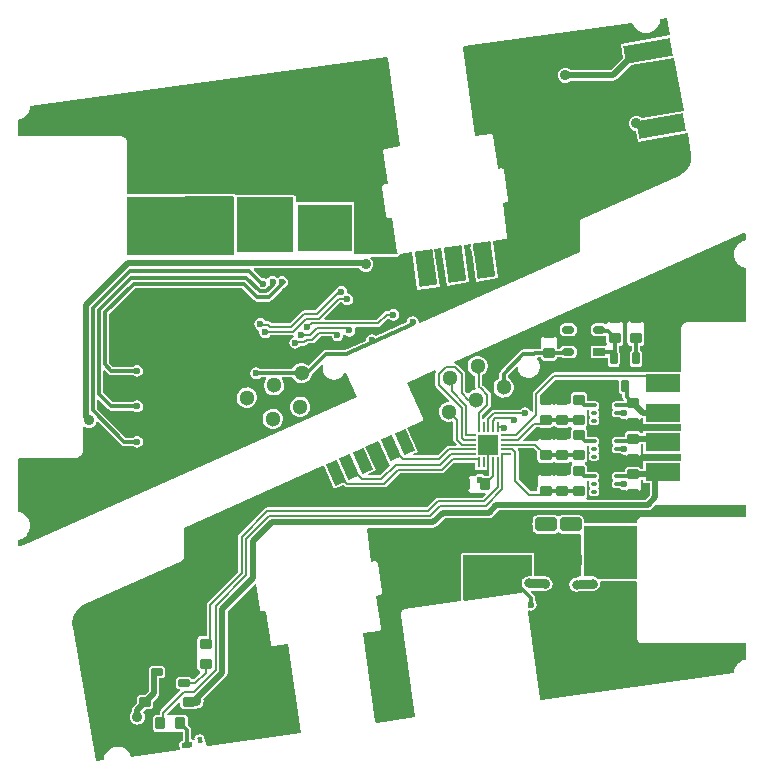
<source format=gtl>
G04*
G04 #@! TF.GenerationSoftware,Altium Limited,Altium Designer,18.1.7 (191)*
G04*
G04 Layer_Physical_Order=1*
G04 Layer_Color=255*
%FSLAX43Y43*%
%MOMM*%
G71*
G01*
G75*
G04:AMPARAMS|DCode=10|XSize=0.6mm|YSize=1mm|CornerRadius=0.075mm|HoleSize=0mm|Usage=FLASHONLY|Rotation=90.000|XOffset=0mm|YOffset=0mm|HoleType=Round|Shape=RoundedRectangle|*
%AMROUNDEDRECTD10*
21,1,0.600,0.850,0,0,90.0*
21,1,0.450,1.000,0,0,90.0*
1,1,0.150,0.425,0.225*
1,1,0.150,0.425,-0.225*
1,1,0.150,-0.425,-0.225*
1,1,0.150,-0.425,0.225*
%
%ADD10ROUNDEDRECTD10*%
G04:AMPARAMS|DCode=11|XSize=0.6mm|YSize=1mm|CornerRadius=0.075mm|HoleSize=0mm|Usage=FLASHONLY|Rotation=180.000|XOffset=0mm|YOffset=0mm|HoleType=Round|Shape=RoundedRectangle|*
%AMROUNDEDRECTD11*
21,1,0.600,0.850,0,0,180.0*
21,1,0.450,1.000,0,0,180.0*
1,1,0.150,-0.225,0.425*
1,1,0.150,0.225,0.425*
1,1,0.150,0.225,-0.425*
1,1,0.150,-0.225,-0.425*
%
%ADD11ROUNDEDRECTD11*%
G04:AMPARAMS|DCode=12|XSize=0.4mm|YSize=0.5mm|CornerRadius=0.05mm|HoleSize=0mm|Usage=FLASHONLY|Rotation=187.870|XOffset=0mm|YOffset=0mm|HoleType=Round|Shape=RoundedRectangle|*
%AMROUNDEDRECTD12*
21,1,0.400,0.400,0,0,187.9*
21,1,0.300,0.500,0,0,187.9*
1,1,0.100,-0.176,0.178*
1,1,0.100,0.121,0.219*
1,1,0.100,0.176,-0.178*
1,1,0.100,-0.121,-0.219*
%
%ADD12ROUNDEDRECTD12*%
G04:AMPARAMS|DCode=13|XSize=0.9mm|YSize=0.5mm|CornerRadius=0.063mm|HoleSize=0mm|Usage=FLASHONLY|Rotation=187.870|XOffset=0mm|YOffset=0mm|HoleType=Round|Shape=RoundedRectangle|*
%AMROUNDEDRECTD13*
21,1,0.900,0.375,0,0,187.9*
21,1,0.775,0.500,0,0,187.9*
1,1,0.125,-0.410,0.133*
1,1,0.125,0.358,0.239*
1,1,0.125,0.410,-0.133*
1,1,0.125,-0.358,-0.239*
%
%ADD13ROUNDEDRECTD13*%
%ADD14R,3.000X1.500*%
G04:AMPARAMS|DCode=15|XSize=1.8mm|YSize=1.15mm|CornerRadius=0.144mm|HoleSize=0mm|Usage=FLASHONLY|Rotation=360.000|XOffset=0mm|YOffset=0mm|HoleType=Round|Shape=RoundedRectangle|*
%AMROUNDEDRECTD15*
21,1,1.800,0.863,0,0,360.0*
21,1,1.513,1.150,0,0,360.0*
1,1,0.288,0.756,-0.431*
1,1,0.288,-0.756,-0.431*
1,1,0.288,-0.756,0.431*
1,1,0.288,0.756,0.431*
%
%ADD15ROUNDEDRECTD15*%
%ADD16R,1.000X0.660*%
G04:AMPARAMS|DCode=17|XSize=1mm|YSize=0.66mm|CornerRadius=0.165mm|HoleSize=0mm|Usage=FLASHONLY|Rotation=180.000|XOffset=0mm|YOffset=0mm|HoleType=Round|Shape=RoundedRectangle|*
%AMROUNDEDRECTD17*
21,1,1.000,0.330,0,0,180.0*
21,1,0.670,0.660,0,0,180.0*
1,1,0.330,-0.335,0.165*
1,1,0.330,0.335,0.165*
1,1,0.330,0.335,-0.165*
1,1,0.330,-0.335,-0.165*
%
%ADD17ROUNDEDRECTD17*%
G04:AMPARAMS|DCode=18|XSize=3mm|YSize=4mm|CornerRadius=0mm|HoleSize=0mm|Usage=FLASHONLY|Rotation=277.870|XOffset=0mm|YOffset=0mm|HoleType=Round|Shape=Rectangle|*
%AMROTATEDRECTD18*
4,1,4,-2.187,1.212,1.776,1.760,2.187,-1.212,-1.776,-1.760,-2.187,1.212,0.0*
%
%ADD18ROTATEDRECTD18*%

%ADD19R,3.000X4.000*%
%ADD20R,1.000X1.600*%
G04:AMPARAMS|DCode=21|XSize=0.3mm|YSize=0.45mm|CornerRadius=0.075mm|HoleSize=0mm|Usage=FLASHONLY|Rotation=90.000|XOffset=0mm|YOffset=0mm|HoleType=Round|Shape=RoundedRectangle|*
%AMROUNDEDRECTD21*
21,1,0.300,0.300,0,0,90.0*
21,1,0.150,0.450,0,0,90.0*
1,1,0.150,0.150,0.075*
1,1,0.150,0.150,-0.075*
1,1,0.150,-0.150,-0.075*
1,1,0.150,-0.150,0.075*
%
%ADD21ROUNDEDRECTD21*%
%ADD22R,0.200X0.900*%
%ADD23R,0.900X0.200*%
%ADD24R,1.700X1.700*%
G04:AMPARAMS|DCode=25|XSize=0.8mm|YSize=1mm|CornerRadius=0.1mm|HoleSize=0mm|Usage=FLASHONLY|Rotation=90.000|XOffset=0mm|YOffset=0mm|HoleType=Round|Shape=RoundedRectangle|*
%AMROUNDEDRECTD25*
21,1,0.800,0.800,0,0,90.0*
21,1,0.600,1.000,0,0,90.0*
1,1,0.200,0.400,0.300*
1,1,0.200,0.400,-0.300*
1,1,0.200,-0.400,-0.300*
1,1,0.200,-0.400,0.300*
%
%ADD25ROUNDEDRECTD25*%
G04:AMPARAMS|DCode=26|XSize=1mm|YSize=0.9mm|CornerRadius=0.113mm|HoleSize=0mm|Usage=FLASHONLY|Rotation=360.000|XOffset=0mm|YOffset=0mm|HoleType=Round|Shape=RoundedRectangle|*
%AMROUNDEDRECTD26*
21,1,1.000,0.675,0,0,360.0*
21,1,0.775,0.900,0,0,360.0*
1,1,0.225,0.388,-0.338*
1,1,0.225,-0.388,-0.338*
1,1,0.225,-0.388,0.338*
1,1,0.225,0.388,0.338*
%
%ADD26ROUNDEDRECTD26*%
G04:AMPARAMS|DCode=27|XSize=1mm|YSize=2mm|CornerRadius=0mm|HoleSize=0mm|Usage=FLASHONLY|Rotation=204.000|XOffset=0mm|YOffset=0mm|HoleType=Round|Shape=Rectangle|*
%AMROTATEDRECTD27*
4,1,4,0.050,1.117,0.864,-0.710,-0.050,-1.117,-0.864,0.710,0.050,1.117,0.0*
%
%ADD27ROTATEDRECTD27*%

G04:AMPARAMS|DCode=28|XSize=1mm|YSize=0.9mm|CornerRadius=0.113mm|HoleSize=0mm|Usage=FLASHONLY|Rotation=90.000|XOffset=0mm|YOffset=0mm|HoleType=Round|Shape=RoundedRectangle|*
%AMROUNDEDRECTD28*
21,1,1.000,0.675,0,0,90.0*
21,1,0.775,0.900,0,0,90.0*
1,1,0.225,0.338,0.388*
1,1,0.225,0.338,-0.388*
1,1,0.225,-0.338,-0.388*
1,1,0.225,-0.338,0.388*
%
%ADD28ROUNDEDRECTD28*%
%ADD29C,0.300*%
%ADD30C,0.800*%
%ADD31C,0.600*%
%ADD32C,0.500*%
%ADD33C,0.200*%
G04:AMPARAMS|DCode=34|XSize=1.5mm|YSize=3mm|CornerRadius=0mm|HoleSize=0mm|Usage=FLASHONLY|Rotation=7.870|XOffset=0mm|YOffset=0mm|HoleType=Round|Shape=Rectangle|*
%AMROTATEDRECTD34*
4,1,4,-0.538,-1.589,-0.948,1.383,0.538,1.589,0.948,-1.383,-0.538,-1.589,0.0*
%
%ADD34ROTATEDRECTD34*%

%ADD35R,4.600X4.000*%
G04:AMPARAMS|DCode=36|XSize=4mm|YSize=1.5mm|CornerRadius=0mm|HoleSize=0mm|Usage=FLASHONLY|Rotation=190.000|XOffset=0mm|YOffset=0mm|HoleType=Round|Shape=Rectangle|*
%AMROTATEDRECTD36*
4,1,4,1.839,1.086,2.100,-0.391,-1.839,-1.086,-2.100,0.391,1.839,1.086,0.0*
%
%ADD36ROTATEDRECTD36*%

%ADD37C,1.300*%
%ADD38C,0.600*%
%ADD39C,0.800*%
%ADD40C,0.900*%
G36*
X59432Y65499D02*
X55206Y64754D01*
X55405Y63629D01*
X54360Y62584D01*
X51000D01*
X50997Y62589D01*
X50861Y62693D01*
X50703Y62758D01*
X50533Y62781D01*
X50363Y62758D01*
X50205Y62693D01*
X50070Y62589D01*
X49965Y62453D01*
X49900Y62295D01*
X49877Y62125D01*
X49900Y61955D01*
X49965Y61797D01*
X50070Y61661D01*
X50205Y61557D01*
X50363Y61492D01*
X50533Y61469D01*
X50703Y61492D01*
X50861Y61557D01*
X50997Y61661D01*
X51000Y61666D01*
X54550D01*
X54726Y61701D01*
X54874Y61801D01*
X56047Y62973D01*
X59762Y63628D01*
X60561Y59098D01*
X57041Y58478D01*
X57014Y58514D01*
X56878Y58618D01*
X56720Y58683D01*
X56550Y58706D01*
X56380Y58683D01*
X56222Y58618D01*
X56086Y58514D01*
X55982Y58378D01*
X55917Y58220D01*
X55894Y58050D01*
X55917Y57880D01*
X55982Y57722D01*
X56086Y57586D01*
X56222Y57482D01*
X56380Y57417D01*
X56503Y57401D01*
X56665Y56482D01*
X60891Y57227D01*
X61204Y55447D01*
X61207Y55148D01*
X61160Y54854D01*
X61066Y54571D01*
X60926Y54307D01*
X60744Y54070D01*
X60526Y53867D01*
X60278Y53702D01*
X60141Y53641D01*
X60141Y53641D01*
X51917Y49973D01*
X51887Y49952D01*
X51856Y49931D01*
X51854Y49929D01*
X51852Y49927D01*
X51832Y49896D01*
X51812Y49865D01*
X51811Y49862D01*
X51810Y49860D01*
X51803Y49824D01*
X51796Y49787D01*
Y47182D01*
X38208Y41122D01*
X38151Y41167D01*
X38107Y41216D01*
X38071Y41395D01*
X37960Y41560D01*
X37795Y41671D01*
X37600Y41710D01*
X37405Y41671D01*
X37240Y41560D01*
X37129Y41395D01*
X37090Y41201D01*
X34528Y40050D01*
X34514Y40072D01*
X34348Y40182D01*
X34153Y40221D01*
X33958Y40182D01*
X33793Y40072D01*
X33682Y39906D01*
X33644Y39711D01*
X33654Y39657D01*
X31874Y38857D01*
X30252D01*
X30116Y38830D01*
X30000Y38752D01*
X28776Y37529D01*
X28699Y37602D01*
X28503Y37708D01*
X28285Y37761D01*
X28061Y37755D01*
X27847Y37691D01*
X27656Y37574D01*
X27502Y37412D01*
X27422Y37265D01*
X24713D01*
X24555Y37371D01*
X24360Y37410D01*
X24164Y37371D01*
X23999Y37260D01*
X23889Y37095D01*
X23850Y36900D01*
X23889Y36705D01*
X23999Y36540D01*
X24164Y36429D01*
X24360Y36390D01*
X24555Y36429D01*
X24720Y36540D01*
X24728Y36551D01*
X25170D01*
X25224Y36424D01*
X25181Y36379D01*
X25075Y36182D01*
X25022Y35965D01*
X25028Y35741D01*
X25092Y35526D01*
X25209Y35335D01*
X25371Y35181D01*
X25568Y35075D01*
X25785Y35022D01*
X26009Y35028D01*
X26224Y35092D01*
X26415Y35209D01*
X26569Y35371D01*
X26675Y35568D01*
X26728Y35785D01*
X26722Y36009D01*
X26658Y36224D01*
X26541Y36415D01*
X26521Y36433D01*
X26569Y36551D01*
X27417D01*
X27529Y36369D01*
X27691Y36215D01*
X27888Y36108D01*
X28106Y36055D01*
X28330Y36061D01*
X28544Y36125D01*
X28735Y36242D01*
X28889Y36404D01*
X28996Y36601D01*
X29039Y36782D01*
X29908Y37651D01*
X30015Y37579D01*
X30010Y37566D01*
X30000Y37491D01*
X29983Y37418D01*
X29984Y37368D01*
X29977Y37318D01*
X29987Y37243D01*
X29989Y37168D01*
X30003Y37120D01*
X30010Y37070D01*
X30039Y37001D01*
X30060Y36928D01*
X30086Y36885D01*
X30106Y36839D01*
X30152Y36779D01*
X30191Y36715D01*
X30227Y36680D01*
X30258Y36641D01*
X30318Y36595D01*
X30372Y36543D01*
X30417Y36519D01*
X30456Y36488D01*
X30526Y36459D01*
X30592Y36424D01*
X30641Y36412D01*
X30688Y36393D01*
X30762Y36383D01*
X30835Y36365D01*
X30886Y36366D01*
X30936Y36360D01*
X31010Y36370D01*
X31085Y36372D01*
X31134Y36386D01*
X31184Y36393D01*
X31253Y36421D01*
X31325Y36443D01*
X31368Y36469D01*
X31415Y36488D01*
X31474Y36534D01*
X31539Y36573D01*
X31573Y36610D01*
X31613Y36641D01*
X31659Y36700D01*
X31711Y36755D01*
X31735Y36799D01*
X31765Y36839D01*
X31794Y36909D01*
X31811Y36939D01*
X31924Y36947D01*
X31949Y36939D01*
X32857Y34903D01*
X4732Y22360D01*
X4645Y22321D01*
X4466Y22263D01*
X4331Y22234D01*
X4204Y22312D01*
Y22817D01*
X4435Y22879D01*
X4459Y22891D01*
X4485Y22900D01*
X4711Y23030D01*
X4731Y23048D01*
X4753Y23062D01*
X4938Y23247D01*
X4952Y23269D01*
X4970Y23289D01*
X5100Y23515D01*
X5109Y23541D01*
X5121Y23565D01*
X5188Y23817D01*
X5190Y23843D01*
X5195Y23869D01*
Y24131D01*
X5190Y24157D01*
X5188Y24183D01*
X5121Y24435D01*
X5109Y24459D01*
X5100Y24485D01*
X4970Y24711D01*
X4952Y24731D01*
X4938Y24753D01*
X4753Y24938D01*
X4731Y24952D01*
X4711Y24970D01*
X4485Y25100D01*
X4459Y25109D01*
X4435Y25121D01*
X4204Y25183D01*
X4204Y29673D01*
X4294Y29763D01*
X8993Y29742D01*
X9094Y29741D01*
X9094Y29741D01*
X9094Y29741D01*
X9133Y29749D01*
X9172Y29756D01*
X9172Y29756D01*
X9172Y29756D01*
X9358Y29833D01*
X9358Y29833D01*
X9358Y29833D01*
X9391Y29855D01*
X9424Y29877D01*
X9424Y29877D01*
X9424Y29877D01*
X9567Y30018D01*
X9567Y30019D01*
X9567Y30019D01*
X9589Y30052D01*
X9611Y30085D01*
X9611Y30085D01*
X9611Y30085D01*
X9688Y30270D01*
X9688Y30270D01*
X9688Y30271D01*
X9696Y30310D01*
X9704Y30348D01*
X9704Y30348D01*
X9704Y30349D01*
X9704Y30449D01*
X9704Y32326D01*
X9831Y32389D01*
X9872Y32357D01*
X10030Y32292D01*
X10200Y32269D01*
X10370Y32292D01*
X10528Y32357D01*
X10664Y32461D01*
X10768Y32597D01*
X10833Y32755D01*
X10836Y32779D01*
X10971Y32825D01*
X12948Y30848D01*
X13063Y30770D01*
X13200Y30743D01*
X13903D01*
X13906Y30740D01*
X14071Y30629D01*
X14266Y30590D01*
X14461Y30629D01*
X14627Y30740D01*
X14737Y30905D01*
X14776Y31100D01*
X14737Y31295D01*
X14627Y31460D01*
X14461Y31571D01*
X14266Y31610D01*
X14071Y31571D01*
X13906Y31460D01*
X13903Y31457D01*
X13348D01*
X10907Y33898D01*
Y34623D01*
X11024Y34671D01*
X11847Y33848D01*
X11963Y33771D01*
X12099Y33744D01*
X13913D01*
X13915Y33740D01*
X14081Y33630D01*
X14276Y33591D01*
X14471Y33630D01*
X14636Y33740D01*
X14747Y33906D01*
X14785Y34101D01*
X14747Y34296D01*
X14636Y34461D01*
X14471Y34572D01*
X14276Y34610D01*
X14081Y34572D01*
X13915Y34461D01*
X13913Y34457D01*
X12247D01*
X11407Y35298D01*
Y37123D01*
X11524Y37171D01*
X11847Y36848D01*
X11963Y36771D01*
X12099Y36744D01*
X13913D01*
X13915Y36740D01*
X14081Y36630D01*
X14276Y36591D01*
X14471Y36630D01*
X14636Y36740D01*
X14747Y36906D01*
X14785Y37101D01*
X14747Y37296D01*
X14636Y37461D01*
X14471Y37572D01*
X14276Y37611D01*
X14081Y37572D01*
X13915Y37461D01*
X13913Y37458D01*
X12247D01*
X11907Y37798D01*
Y41900D01*
X14125Y44118D01*
X23152D01*
X24198Y43073D01*
X24313Y42995D01*
X24450Y42968D01*
X25401D01*
X25538Y42995D01*
X25654Y43073D01*
X26503Y43922D01*
X26568Y44019D01*
X26694Y44145D01*
X26746Y44155D01*
X26912Y44266D01*
X27022Y44431D01*
X27061Y44626D01*
X27022Y44821D01*
X26912Y44987D01*
X26746Y45097D01*
X26551Y45136D01*
X26356Y45097D01*
X26191Y44987D01*
X26112D01*
X25946Y45097D01*
X25751Y45136D01*
X25556Y45097D01*
X25391Y44987D01*
X25359Y44939D01*
X25184Y44905D01*
X25121Y44947D01*
X24926Y44986D01*
X24857Y44972D01*
X24156Y45674D01*
X24204Y45791D01*
X33070D01*
X33161Y45671D01*
X33297Y45567D01*
X33455Y45502D01*
X33625Y45479D01*
X33795Y45502D01*
X33953Y45567D01*
X34089Y45671D01*
X34193Y45807D01*
X34258Y45965D01*
X34281Y46135D01*
X34258Y46305D01*
X34193Y46463D01*
X34089Y46599D01*
X34029Y46644D01*
X34072Y46771D01*
X36263D01*
X36299Y46778D01*
X36335Y46784D01*
X36338Y46786D01*
X36341Y46787D01*
X36371Y46807D01*
X36403Y46827D01*
X36404Y46829D01*
X36407Y46831D01*
X36427Y46861D01*
X36449Y46891D01*
X36501Y47008D01*
X36520Y47007D01*
X37560Y47151D01*
X37998Y43985D01*
X39880Y44245D01*
X39443Y47411D01*
X40037Y47493D01*
X40474Y44327D01*
X42357Y44587D01*
X41919Y47753D01*
X42513Y47835D01*
X42533Y47694D01*
X42529Y47688D01*
X42490Y47493D01*
X42529Y47298D01*
X42603Y47187D01*
X42951Y44669D01*
X44833Y44929D01*
X44395Y48095D01*
X45436Y48239D01*
X45511Y48265D01*
X45570Y48318D01*
X45605Y48390D01*
X45610Y48469D01*
X45213Y51338D01*
X45506Y51378D01*
X45582Y51404D01*
X45641Y51457D01*
X45676Y51529D01*
X45680Y51608D01*
X45338Y54085D01*
X45312Y54160D01*
X45259Y54219D01*
X45188Y54254D01*
X45108Y54259D01*
X44904Y54231D01*
X44803Y54307D01*
X44432Y56988D01*
X44406Y57063D01*
X44406Y57063D01*
X44376Y57097D01*
X44353Y57123D01*
X44282Y57157D01*
X44282Y57157D01*
X44202Y57162D01*
X44202Y57162D01*
X42919Y56985D01*
X41867Y64479D01*
X41944Y64580D01*
X56214Y66554D01*
X56307Y66333D01*
X56322Y66311D01*
X56334Y66287D01*
X56495Y66081D01*
X56515Y66063D01*
X56533Y66043D01*
X56741Y65886D01*
X56765Y65874D01*
X56787Y65859D01*
X57029Y65761D01*
X57055Y65756D01*
X57080Y65748D01*
X57339Y65715D01*
X57366Y65717D01*
X57392Y65716D01*
X57651Y65751D01*
X57676Y65760D01*
X57702Y65765D01*
X57943Y65867D01*
X57965Y65882D01*
X57989Y65894D01*
X58195Y66054D01*
X58212Y66074D01*
X58232Y66092D01*
X58390Y66300D01*
X58402Y66324D01*
X58416Y66346D01*
X58515Y66588D01*
X58520Y66614D01*
X58528Y66640D01*
X58558Y66878D01*
X59174Y66963D01*
X59432Y65499D01*
D02*
G37*
G36*
X27500Y51800D02*
Y47200D01*
X22700Y47200D01*
Y51800D01*
X27500Y51800D01*
D02*
G37*
G36*
X35535Y63604D02*
X36571Y56107D01*
X35287Y55930D01*
X35212Y55904D01*
X35152Y55851D01*
X35118Y55779D01*
X35113Y55700D01*
X35496Y52930D01*
X35202Y52890D01*
X35127Y52864D01*
X35068Y52811D01*
X35033Y52739D01*
X35028Y52660D01*
X35371Y50183D01*
X35397Y50108D01*
X35450Y50049D01*
X35521Y50014D01*
X35601Y50009D01*
X35894Y50050D01*
X36290Y47181D01*
X36316Y47106D01*
X36320Y47102D01*
X36263Y46975D01*
X32768D01*
X32652Y47000D01*
Y51400D01*
X27704D01*
Y51800D01*
X27688Y51878D01*
X27644Y51944D01*
X27578Y51988D01*
X27500Y52004D01*
X22700Y52004D01*
X22622Y51988D01*
X22557Y52044D01*
X22531Y52061D01*
X22507Y52081D01*
X22498Y52083D01*
X22491Y52088D01*
X22460Y52094D01*
X22431Y52103D01*
X22422Y52102D01*
X22413Y52104D01*
X18300D01*
X18222Y52088D01*
X18170Y52054D01*
X17913D01*
X17900Y52056D01*
X17887Y52054D01*
X16913D01*
X16900Y52056D01*
X16887Y52054D01*
X15913D01*
X15900Y52056D01*
X15887Y52054D01*
X14913D01*
X14900Y52056D01*
X14887Y52054D01*
X13913D01*
X13900Y52056D01*
X13887Y52054D01*
X13494D01*
X13404Y52144D01*
X13404Y56500D01*
X13404Y56500D01*
X13404Y56500D01*
X13404Y56550D01*
X13396Y56592D01*
X13388Y56628D01*
X13350Y56720D01*
X13327Y56755D01*
X13306Y56786D01*
X13306Y56786D01*
X13306Y56786D01*
X13306Y56786D01*
X13236Y56856D01*
X13197Y56882D01*
X13170Y56900D01*
X13078Y56938D01*
X13034Y56947D01*
X13000Y56954D01*
X12950Y56954D01*
X12950Y56954D01*
X12950Y56954D01*
X4204Y56954D01*
Y58358D01*
X4358Y58392D01*
X4378Y58400D01*
X4399Y58405D01*
X4593Y58493D01*
X4611Y58506D01*
X4631Y58516D01*
X4802Y58643D01*
X4816Y58659D01*
X4833Y58672D01*
X4973Y58833D01*
X4984Y58852D01*
X4998Y58869D01*
X5101Y59056D01*
X5108Y59076D01*
X5118Y59096D01*
X5179Y59300D01*
X5181Y59322D01*
X5187Y59343D01*
X5199Y59500D01*
X35433Y63680D01*
X35535Y63604D01*
D02*
G37*
G36*
X22413Y51900D02*
X22496Y51800D01*
Y47200D01*
X22500Y47180D01*
Y46900D01*
X13404Y46900D01*
X13404Y51850D01*
X18300D01*
Y51900D01*
X22413D01*
D02*
G37*
G36*
X65796Y48688D02*
Y48183D01*
X65565Y48121D01*
X65541Y48109D01*
X65515Y48100D01*
X65289Y47970D01*
X65269Y47952D01*
X65247Y47938D01*
X65062Y47753D01*
X65048Y47731D01*
X65030Y47711D01*
X64900Y47485D01*
X64891Y47459D01*
X64879Y47435D01*
X64812Y47183D01*
X64810Y47157D01*
X64805Y47131D01*
Y46869D01*
X64810Y46843D01*
X64812Y46817D01*
X64879Y46565D01*
X64891Y46541D01*
X64900Y46515D01*
X65030Y46289D01*
X65048Y46269D01*
X65062Y46247D01*
X65247Y46062D01*
X65269Y46048D01*
X65289Y46030D01*
X65515Y45900D01*
X65541Y45891D01*
X65565Y45879D01*
X65796Y45817D01*
X65796Y41254D01*
X61000Y41254D01*
X60901Y41254D01*
X60823Y41238D01*
X60639Y41162D01*
X60639Y41162D01*
X60573Y41118D01*
X60432Y40977D01*
X60388Y40911D01*
X60312Y40727D01*
X60296Y40649D01*
Y40550D01*
X60296Y40550D01*
X60296Y37000D01*
X57100D01*
Y36981D01*
X49592D01*
X49592Y36981D01*
X49475Y36958D01*
X49375Y36891D01*
X47859Y35375D01*
X47859Y35375D01*
X47792Y35275D01*
X47769Y35158D01*
Y33614D01*
X47749Y33602D01*
X47607Y33666D01*
X47596Y33719D01*
X47485Y33885D01*
X47320Y33995D01*
X47125Y34034D01*
X46930Y33995D01*
X46765Y33885D01*
X46728Y33830D01*
X44459D01*
X44459Y33830D01*
X44342Y33807D01*
X44243Y33741D01*
X43784Y33281D01*
X43717Y33182D01*
X43700Y33093D01*
X43586Y33007D01*
X43506Y33024D01*
Y33378D01*
X44146Y34018D01*
X44212Y34117D01*
X44235Y34235D01*
X44235Y34235D01*
Y35060D01*
X44235Y35060D01*
X44212Y35177D01*
X44146Y35277D01*
X43589Y35833D01*
X43589Y35833D01*
X43544Y35863D01*
X43506Y35902D01*
Y36752D01*
X43646Y36838D01*
X43800Y37000D01*
X43907Y37197D01*
X43959Y37414D01*
X43953Y37638D01*
X43890Y37853D01*
X43773Y38043D01*
X43611Y38197D01*
X43414Y38304D01*
X43196Y38356D01*
X42973Y38351D01*
X42758Y38287D01*
X42567Y38170D01*
X42413Y38008D01*
X42306Y37811D01*
X42254Y37593D01*
X42260Y37370D01*
X42323Y37155D01*
X42440Y36964D01*
X42603Y36810D01*
X42799Y36703D01*
X42894Y36681D01*
Y35775D01*
X42894Y35775D01*
X42917Y35658D01*
X42927Y35643D01*
X42861Y35514D01*
X42845Y35514D01*
X42631Y35450D01*
X42440Y35333D01*
X42337Y35225D01*
X42175Y35208D01*
X42056Y35327D01*
Y36851D01*
X42056Y36851D01*
X42033Y36968D01*
X41966Y37067D01*
X41396Y37637D01*
X41297Y37703D01*
X41180Y37727D01*
X41180Y37727D01*
X41102D01*
X41076Y37851D01*
X65268Y48640D01*
X65355Y48679D01*
X65534Y48737D01*
X65669Y48766D01*
X65796Y48688D01*
D02*
G37*
G36*
X55070Y36280D02*
Y35430D01*
X55091Y35322D01*
X55152Y35231D01*
X55243Y35171D01*
X55350Y35149D01*
X55368D01*
Y34900D01*
X55395Y34763D01*
X55465Y34658D01*
X55456Y34616D01*
X55409Y34531D01*
X54925D01*
X54918Y34530D01*
X54775D01*
X54668Y34509D01*
X54577Y34448D01*
X54516Y34357D01*
X54495Y34250D01*
Y34100D01*
X54516Y33992D01*
X54577Y33901D01*
Y33798D01*
X54516Y33707D01*
X54495Y33600D01*
Y33450D01*
X54516Y33342D01*
X54577Y33251D01*
X54668Y33191D01*
X54775Y33169D01*
X54966D01*
X54975Y33167D01*
X55136D01*
X55139Y33164D01*
X55304Y33053D01*
X55499Y33014D01*
X55634Y33041D01*
X55750Y32925D01*
X56750D01*
X56943Y33118D01*
X57075Y33091D01*
X57100D01*
Y32600D01*
X60296D01*
Y32000D01*
X57100D01*
Y31809D01*
X56932D01*
X56932Y31809D01*
X56863Y31913D01*
X56759Y31982D01*
X56638Y32006D01*
X55863D01*
X55741Y31982D01*
X55637Y31913D01*
X55568Y31809D01*
X55544Y31688D01*
Y31506D01*
X55234D01*
X55229Y31507D01*
X54925D01*
X54918Y31505D01*
X54775D01*
X54668Y31484D01*
X54577Y31423D01*
X54516Y31332D01*
X54495Y31225D01*
Y31075D01*
X54516Y30968D01*
X54577Y30877D01*
Y30773D01*
X54516Y30682D01*
X54495Y30575D01*
Y30425D01*
X54516Y30318D01*
X54577Y30227D01*
X54668Y30166D01*
X54775Y30145D01*
X54964D01*
X54976Y30142D01*
X55136D01*
X55139Y30139D01*
X55304Y30028D01*
X55499Y29989D01*
X55634Y30016D01*
X55750Y29900D01*
X56750D01*
X56950Y30100D01*
Y30891D01*
X57100D01*
Y30100D01*
X60296D01*
Y29500D01*
X57100D01*
Y28809D01*
X56932D01*
X56932Y28809D01*
X56863Y28913D01*
X56759Y28982D01*
X56638Y29006D01*
X55863D01*
X55741Y28982D01*
X55637Y28913D01*
X55568Y28809D01*
X55544Y28688D01*
Y28532D01*
X54925D01*
X54918Y28530D01*
X54775D01*
X54668Y28509D01*
X54577Y28448D01*
X54516Y28357D01*
X54495Y28250D01*
Y28100D01*
X54516Y27993D01*
X54577Y27902D01*
Y27798D01*
X54516Y27707D01*
X54495Y27600D01*
Y27450D01*
X54516Y27343D01*
X54577Y27252D01*
X54668Y27191D01*
X54775Y27170D01*
X54918D01*
X54925Y27168D01*
X55119D01*
X55139Y27138D01*
X55304Y27028D01*
X55499Y26989D01*
X55634Y27016D01*
X55750Y26900D01*
X56750D01*
X56950Y27100D01*
Y27891D01*
X57100D01*
Y27600D01*
X57691D01*
Y26601D01*
X57299Y26209D01*
X52324D01*
X52286Y26336D01*
X52288Y26337D01*
X52357Y26441D01*
X52381Y26562D01*
Y27237D01*
X52361Y27336D01*
X52375Y27350D01*
Y27783D01*
X52502Y27797D01*
X52551Y27729D01*
X52563Y27691D01*
X52545Y27600D01*
Y27450D01*
X52566Y27343D01*
X52604Y27286D01*
X52618Y27200D01*
X52604Y27114D01*
X52566Y27057D01*
X52545Y26950D01*
Y26800D01*
X52566Y26693D01*
X52627Y26602D01*
X52718Y26541D01*
X52825Y26520D01*
X53125D01*
X53232Y26541D01*
X53323Y26602D01*
X53384Y26693D01*
X53405Y26800D01*
Y26950D01*
X53384Y27057D01*
X53346Y27114D01*
X53332Y27200D01*
X53346Y27286D01*
X53384Y27343D01*
X53405Y27450D01*
Y27600D01*
X53384Y27707D01*
X53323Y27798D01*
Y27902D01*
X53384Y27993D01*
X53405Y28100D01*
Y28250D01*
X53384Y28357D01*
X53323Y28448D01*
X53232Y28509D01*
X53125Y28530D01*
X52982D01*
X52975Y28532D01*
X52381D01*
Y28938D01*
X52357Y29059D01*
X52288Y29163D01*
X52225Y29204D01*
X52223Y29212D01*
Y29338D01*
X52225Y29346D01*
X52288Y29387D01*
X52357Y29491D01*
X52381Y29612D01*
Y30288D01*
X52361Y30386D01*
X52375Y30400D01*
Y30758D01*
X52502Y30772D01*
X52551Y30704D01*
X52563Y30666D01*
X52545Y30575D01*
Y30425D01*
X52566Y30318D01*
X52604Y30261D01*
X52618Y30175D01*
X52604Y30089D01*
X52566Y30032D01*
X52545Y29925D01*
Y29775D01*
X52566Y29668D01*
X52627Y29577D01*
X52718Y29516D01*
X52825Y29495D01*
X53125D01*
X53232Y29516D01*
X53323Y29577D01*
X53384Y29668D01*
X53405Y29775D01*
Y29925D01*
X53384Y30032D01*
X53346Y30089D01*
X53332Y30175D01*
X53346Y30261D01*
X53384Y30318D01*
X53405Y30425D01*
Y30575D01*
X53384Y30682D01*
X53323Y30773D01*
Y30877D01*
X53384Y30968D01*
X53405Y31075D01*
Y31225D01*
X53384Y31332D01*
X53323Y31423D01*
X53232Y31484D01*
X53125Y31505D01*
X52982D01*
X52975Y31507D01*
X52381D01*
Y31987D01*
X52357Y32109D01*
X52288Y32213D01*
X52272Y32224D01*
Y32376D01*
X52288Y32387D01*
X52357Y32491D01*
X52381Y32612D01*
Y33287D01*
X52361Y33386D01*
X52375Y33400D01*
Y33782D01*
X52502Y33797D01*
X52551Y33729D01*
X52563Y33691D01*
X52545Y33600D01*
Y33450D01*
X52566Y33342D01*
X52604Y33285D01*
X52618Y33200D01*
X52604Y33114D01*
X52566Y33057D01*
X52545Y32950D01*
Y32800D01*
X52566Y32692D01*
X52627Y32601D01*
X52718Y32541D01*
X52825Y32519D01*
X53125D01*
X53232Y32541D01*
X53323Y32601D01*
X53384Y32692D01*
X53405Y32800D01*
Y32950D01*
X53384Y33057D01*
X53346Y33114D01*
X53332Y33200D01*
X53346Y33285D01*
X53384Y33342D01*
X53405Y33450D01*
Y33600D01*
X53384Y33707D01*
X53323Y33798D01*
Y33901D01*
X53384Y33992D01*
X53405Y34100D01*
Y34250D01*
X53384Y34357D01*
X53323Y34448D01*
X53232Y34509D01*
X53125Y34530D01*
X52982D01*
X52975Y34531D01*
X52381D01*
Y34987D01*
X52357Y35109D01*
X52288Y35213D01*
X52184Y35282D01*
X52063Y35306D01*
X51288D01*
X51166Y35282D01*
X51062Y35213D01*
X50993Y35109D01*
X50969Y34987D01*
Y34386D01*
X50842Y34333D01*
X50775Y34400D01*
X49775D01*
X49575Y34200D01*
X49375Y34400D01*
X48381D01*
Y35032D01*
X49718Y36369D01*
X54996D01*
X55070Y36280D01*
D02*
G37*
G36*
X49662Y32387D02*
X49766Y32318D01*
X49888Y32294D01*
X50662D01*
X50784Y32318D01*
X50888Y32387D01*
X51009Y32357D01*
X51032Y32334D01*
X51062Y32213D01*
X50993Y32109D01*
X50969Y31987D01*
Y31386D01*
X50842Y31333D01*
X50775Y31400D01*
X49775D01*
X49575Y31200D01*
X49375Y31400D01*
X48375D01*
X48175Y31200D01*
X48048Y31141D01*
X47975Y31156D01*
X47017D01*
X46968Y31273D01*
X48020Y32325D01*
X48355D01*
X48366Y32318D01*
X48488Y32294D01*
X49263D01*
X49384Y32318D01*
X49488Y32387D01*
X49499Y32403D01*
X49651D01*
X49662Y32387D01*
D02*
G37*
G36*
X39603Y37055D02*
X39554Y36981D01*
X39530Y36864D01*
X39530Y36864D01*
Y35901D01*
X39554Y35784D01*
X39620Y35685D01*
X40693Y34612D01*
X40642Y34484D01*
X40525Y34481D01*
X40310Y34417D01*
X40120Y34300D01*
X39966Y34138D01*
X39859Y33941D01*
X39807Y33723D01*
X39812Y33500D01*
X39876Y33285D01*
X39993Y33094D01*
X40155Y32940D01*
X40352Y32833D01*
X40570Y32781D01*
X40793Y32787D01*
X40921Y32825D01*
X41044Y32729D01*
Y31285D01*
X41067Y31168D01*
X41134Y31069D01*
X41134Y31069D01*
X41329Y30873D01*
X41281Y30756D01*
X40650D01*
X40650Y30756D01*
X40533Y30733D01*
X40434Y30666D01*
X39731Y29964D01*
X37685D01*
X37659Y30088D01*
X38053Y30263D01*
X37159Y32271D01*
X38382Y32817D01*
X38382Y32817D01*
X38447Y32863D01*
X38489Y32930D01*
X38503Y33009D01*
X38485Y33086D01*
X37143Y36097D01*
X39529Y37161D01*
X39603Y37055D01*
D02*
G37*
G36*
X44825Y31150D02*
Y30025D01*
X44100D01*
Y29405D01*
X44094Y29375D01*
Y28327D01*
X43974Y28206D01*
X43697D01*
X43660Y28260D01*
X43495Y28371D01*
X43300Y28410D01*
X43105Y28371D01*
X42940Y28260D01*
X42899Y28200D01*
X42500D01*
X42300Y28000D01*
Y27000D01*
X42500Y26800D01*
X43300D01*
X43314Y26814D01*
X43413Y26794D01*
X43754D01*
X43802Y26677D01*
X43493Y26367D01*
X39745D01*
X39745Y26367D01*
X39628Y26344D01*
X39529Y26278D01*
X38807Y25556D01*
X25304D01*
X25304Y25556D01*
X25187Y25533D01*
X25087Y25466D01*
X22905Y23284D01*
X22839Y23185D01*
X22816Y23068D01*
Y20092D01*
X20259Y17535D01*
X20259Y17535D01*
X20192Y17436D01*
X20169Y17319D01*
X20169Y17318D01*
Y14669D01*
X19682D01*
X19560Y14644D01*
X19457Y14575D01*
X19387Y14472D01*
X19363Y14350D01*
Y13675D01*
X19383Y13576D01*
X19369Y13562D01*
Y12762D01*
X19383Y12749D01*
X19363Y12650D01*
Y11975D01*
X19387Y11853D01*
X19457Y11750D01*
X19560Y11681D01*
X19596Y11673D01*
X19638Y11536D01*
X19083Y10981D01*
X18939D01*
X18934Y11007D01*
X18873Y11098D01*
X18782Y11159D01*
X18675Y11180D01*
X17825D01*
X17718Y11159D01*
X17627Y11098D01*
X17566Y11007D01*
X17545Y10900D01*
Y10450D01*
X17566Y10343D01*
X17627Y10252D01*
X17718Y10191D01*
X17825Y10170D01*
X17892D01*
X17944Y10043D01*
X16259Y8357D01*
X16192Y8258D01*
X16169Y8141D01*
Y7956D01*
X15900D01*
X15778Y7932D01*
X15675Y7863D01*
X15606Y7759D01*
X15582Y7637D01*
Y6863D01*
X15606Y6741D01*
X15675Y6637D01*
X15778Y6568D01*
X15900Y6544D01*
X16575D01*
X16674Y6564D01*
X16688Y6550D01*
X17488D01*
X17501Y6564D01*
X17600Y6544D01*
X18139D01*
X18154Y6530D01*
Y5810D01*
X18064Y5798D01*
X17966Y5764D01*
X17887Y5694D01*
X17842Y5600D01*
X17836Y5496D01*
X17887Y5125D01*
X17796Y5001D01*
X13786Y4446D01*
X13693Y4667D01*
X13678Y4689D01*
X13666Y4713D01*
X13505Y4919D01*
X13485Y4937D01*
X13468Y4957D01*
X13259Y5114D01*
X13235Y5126D01*
X13213Y5141D01*
X12971Y5239D01*
X12945Y5244D01*
X12920Y5252D01*
X12661Y5285D01*
X12634Y5283D01*
X12608Y5284D01*
X12349Y5249D01*
X12324Y5240D01*
X12298Y5235D01*
X12057Y5133D01*
X12035Y5118D01*
X12011Y5106D01*
X11805Y4946D01*
X11788Y4926D01*
X11768Y4908D01*
X11610Y4700D01*
X11598Y4676D01*
X11584Y4654D01*
X11485Y4412D01*
X11480Y4386D01*
X11472Y4360D01*
X11442Y4122D01*
X10826Y4037D01*
X8821Y15406D01*
X8796Y15553D01*
X8793Y15852D01*
X8840Y16146D01*
X8934Y16429D01*
X9074Y16693D01*
X9256Y16930D01*
X9474Y17133D01*
X9722Y17298D01*
X9859Y17359D01*
X9859Y17359D01*
X18083Y21027D01*
X18113Y21048D01*
X18144Y21069D01*
X18146Y21071D01*
X18148Y21073D01*
X18168Y21104D01*
X18188Y21135D01*
X18189Y21138D01*
X18190Y21140D01*
X18197Y21176D01*
X18204Y21213D01*
Y23818D01*
X29955Y29059D01*
X30073Y29013D01*
X30932Y27086D01*
X31734Y27443D01*
X31843Y27334D01*
X31942Y27267D01*
X32059Y27244D01*
X32059Y27244D01*
X35200D01*
X35200Y27244D01*
X35317Y27267D01*
X35416Y27334D01*
X35416Y27334D01*
X36502Y28419D01*
X40056D01*
X40173Y28442D01*
X40273Y28509D01*
X40273Y28509D01*
X41108Y29344D01*
X42900D01*
Y28725D01*
X43900D01*
Y30025D01*
X43175D01*
Y30750D01*
Y31675D01*
X44825D01*
Y31150D01*
D02*
G37*
G36*
X48169Y30224D02*
Y29613D01*
X48193Y29491D01*
X48262Y29387D01*
X48366Y29318D01*
X48488Y29294D01*
X49263D01*
X49384Y29318D01*
X49488Y29387D01*
X49499Y29403D01*
X49651D01*
X49662Y29387D01*
X49766Y29318D01*
X49888Y29294D01*
X50662D01*
X50784Y29318D01*
X50888Y29387D01*
X50899Y29403D01*
X51051D01*
X51062Y29387D01*
X51125Y29346D01*
X51127Y29338D01*
Y29212D01*
X51125Y29204D01*
X51062Y29163D01*
X50993Y29059D01*
X50969Y28938D01*
Y28336D01*
X50842Y28283D01*
X50775Y28350D01*
X49775D01*
X49575Y28150D01*
X49375Y28350D01*
X48375D01*
X48175Y28150D01*
Y27350D01*
X48189Y27336D01*
X48169Y27237D01*
Y26908D01*
X47594D01*
X46606Y27895D01*
Y30199D01*
X46606Y30199D01*
X46583Y30316D01*
X46516Y30416D01*
X46505Y30427D01*
X46554Y30544D01*
X47848D01*
X48169Y30224D01*
D02*
G37*
G36*
X34775Y31110D02*
X35632Y29186D01*
X35632Y29186D01*
X35681Y29114D01*
X34823Y28256D01*
X33866D01*
X33839Y28380D01*
X34495Y28672D01*
X33599Y30684D01*
X34656Y31155D01*
X34775Y31110D01*
D02*
G37*
G36*
X65796Y24754D02*
X57050Y24754D01*
X57050Y24754D01*
X57050Y24754D01*
X57000Y24754D01*
X56960Y24746D01*
X56922Y24738D01*
X56830Y24700D01*
X56800Y24680D01*
X56764Y24656D01*
X56694Y24586D01*
X56671Y24551D01*
X56650Y24520D01*
X56612Y24428D01*
X56612Y24428D01*
X56612Y24428D01*
X56612Y24428D01*
X56605Y24393D01*
X56596Y24350D01*
X56596Y24300D01*
X56571Y24268D01*
X56506Y24204D01*
X52142D01*
X52142Y24204D01*
X52133Y24270D01*
X52082Y24394D01*
Y24531D01*
X52055Y24665D01*
X51979Y24779D01*
X51865Y24855D01*
X51731Y24882D01*
X50219D01*
X50085Y24855D01*
X49971Y24779D01*
X49904D01*
X49790Y24855D01*
X49656Y24882D01*
X48144D01*
X48010Y24855D01*
X47896Y24779D01*
X47820Y24665D01*
X47793Y24531D01*
Y24334D01*
X47767Y24270D01*
X47744Y24100D01*
X47767Y23930D01*
X47793Y23866D01*
Y23669D01*
X47820Y23535D01*
X47896Y23421D01*
X48010Y23345D01*
X48144Y23318D01*
X49656D01*
X49790Y23345D01*
X49904Y23421D01*
X49971D01*
X50085Y23345D01*
X50219Y23318D01*
X51731D01*
X51769Y23326D01*
X51896Y23224D01*
Y20800D01*
Y19702D01*
X51739D01*
X51505Y19656D01*
X51421Y19600D01*
X51240Y19564D01*
X51042Y19431D01*
X50909Y19233D01*
X50862Y18999D01*
X50909Y18764D01*
X51042Y18566D01*
X51240Y18433D01*
X51474Y18387D01*
X51708Y18433D01*
X51753Y18464D01*
X51784Y18470D01*
X51798Y18479D01*
X52889D01*
X53123Y18525D01*
X53322Y18658D01*
X53454Y18857D01*
X53501Y19091D01*
X53479Y19198D01*
X53560Y19296D01*
X56506D01*
X56506Y19296D01*
X56596Y19184D01*
X56596Y14500D01*
X56596Y14500D01*
X56596Y14500D01*
X56596Y14450D01*
X56605Y14408D01*
X56612Y14372D01*
X56612Y14372D01*
X56612Y14372D01*
X56650Y14280D01*
X56677Y14240D01*
X56694Y14214D01*
X56694Y14214D01*
X56694Y14214D01*
X56694Y14214D01*
X56764Y14144D01*
X56801Y14120D01*
X56830Y14100D01*
X56830Y14100D01*
X56830Y14100D01*
X56922Y14062D01*
X56961Y14054D01*
X57000Y14046D01*
X57050Y14046D01*
X57050Y14046D01*
X57050Y14046D01*
X65796Y14046D01*
Y12642D01*
X65642Y12608D01*
X65622Y12600D01*
X65601Y12595D01*
X65407Y12507D01*
X65389Y12494D01*
X65369Y12484D01*
X65198Y12357D01*
X65184Y12341D01*
X65167Y12328D01*
X65027Y12167D01*
X65016Y12148D01*
X65002Y12131D01*
X64899Y11945D01*
X64892Y11924D01*
X64882Y11904D01*
X64821Y11700D01*
X64819Y11678D01*
X64813Y11657D01*
X64801Y11500D01*
X48474Y9243D01*
X48373Y9319D01*
X47349Y16725D01*
X47465Y16817D01*
X47600Y16790D01*
X47795Y16829D01*
X47961Y16940D01*
X48071Y17105D01*
X48110Y17300D01*
X48071Y17495D01*
X47961Y17661D01*
X47957Y17663D01*
Y17853D01*
X47930Y17990D01*
X47852Y18106D01*
X47584Y18374D01*
X47633Y18491D01*
X48711D01*
X48838Y18466D01*
X49072Y18512D01*
X49271Y18645D01*
X49403Y18844D01*
X49450Y19078D01*
X49403Y19312D01*
X49271Y19510D01*
X49245Y19535D01*
X49047Y19668D01*
X48813Y19715D01*
X47904D01*
Y21500D01*
X47888Y21578D01*
X47844Y21644D01*
X47778Y21688D01*
X47700Y21704D01*
X45907Y21704D01*
X41900Y21704D01*
X41822Y21688D01*
X41756Y21644D01*
X41712Y21578D01*
X41696Y21500D01*
Y20919D01*
X41668Y20915D01*
X41696Y20712D01*
X41696Y17717D01*
X41696Y17701D01*
X41643Y17612D01*
X41616Y17586D01*
X41604Y17579D01*
X36968Y16938D01*
X36968Y16938D01*
X36968D01*
X36919Y16932D01*
X36884Y16919D01*
X36844Y16905D01*
X36758Y16855D01*
X36724Y16825D01*
X36699Y16802D01*
X36639Y16723D01*
X36620Y16685D01*
X36604Y16652D01*
X36579Y16555D01*
X36577Y16520D01*
X36574Y16476D01*
X36581Y16427D01*
X36581Y16427D01*
X36581Y16427D01*
X37778Y7764D01*
X34552Y7318D01*
X34451Y7394D01*
X33430Y14893D01*
X34713Y15070D01*
X34788Y15096D01*
X34848Y15149D01*
X34882Y15221D01*
X34882Y15221D01*
X34887Y15300D01*
X34504Y18070D01*
X34798Y18110D01*
X34873Y18136D01*
X34932Y18189D01*
X34967Y18261D01*
X34972Y18340D01*
X34629Y20817D01*
X34603Y20892D01*
X34550Y20951D01*
X34479Y20986D01*
X34399Y20991D01*
X34106Y20950D01*
X33724Y23714D01*
X33833Y23841D01*
X39328D01*
X39503Y23876D01*
X39652Y23976D01*
X40329Y24653D01*
X44052D01*
X44228Y24688D01*
X44377Y24787D01*
X44881Y25291D01*
X57489D01*
X57664Y25326D01*
X57813Y25426D01*
X58122Y25734D01*
X65796D01*
Y24754D01*
D02*
G37*
G36*
X47700Y19715D02*
X47438D01*
X47204Y19668D01*
X47005Y19535D01*
X46982Y19500D01*
X46900D01*
Y19378D01*
X46873Y19337D01*
X46826Y19103D01*
X46873Y18869D01*
X46900Y18828D01*
Y18365D01*
X46773Y18284D01*
X46760Y18285D01*
X46725Y18287D01*
X46725Y18287D01*
X46725D01*
X46725Y18287D01*
X46676Y18280D01*
X46676Y18280D01*
X46676Y18280D01*
X41996Y17633D01*
X41900Y17717D01*
X41900Y21500D01*
X45907Y21500D01*
X47700Y21500D01*
Y19715D01*
D02*
G37*
G36*
X56596Y19590D02*
X56506Y19500D01*
X53337D01*
X53322Y19523D01*
X53123Y19656D01*
X52889Y19702D01*
X52100D01*
Y20800D01*
Y23850D01*
X52133Y23930D01*
X52142Y24000D01*
X56596D01*
X56596Y19590D01*
D02*
G37*
G36*
X24366Y19056D02*
X24662Y16915D01*
X24688Y16840D01*
X24741Y16781D01*
X24812Y16746D01*
X24892Y16741D01*
X25096Y16769D01*
X25197Y16693D01*
X25568Y14012D01*
X25594Y13937D01*
X25647Y13877D01*
X25718Y13843D01*
X25798Y13838D01*
X27082Y14015D01*
X28130Y6430D01*
X20233Y5338D01*
X20132Y5415D01*
X20062Y5918D01*
X19960Y5903D01*
X19933Y6102D01*
X19900Y6195D01*
X19834Y6270D01*
X19745Y6313D01*
X19645Y6319D01*
X19348Y6278D01*
X19254Y6245D01*
X19180Y6179D01*
X19136Y6090D01*
X19130Y5991D01*
X19140Y5920D01*
X19064Y5873D01*
X19021Y5857D01*
X18936Y5898D01*
X18867Y5902D01*
Y6677D01*
X18840Y6814D01*
X18763Y6930D01*
X18594Y7099D01*
Y7637D01*
X18570Y7759D01*
X18501Y7863D01*
X18397Y7932D01*
X18275Y7956D01*
X17600D01*
X17501Y7936D01*
X17488Y7950D01*
X16896D01*
X16844Y8077D01*
X17827Y9060D01*
X17944Y9011D01*
Y8750D01*
X17967Y8633D01*
X18034Y8534D01*
X18133Y8467D01*
X18250Y8444D01*
X19050D01*
X19167Y8467D01*
X19214Y8499D01*
X19250Y8494D01*
X19420Y8517D01*
X19578Y8582D01*
X19714Y8686D01*
X19818Y8822D01*
X19883Y8980D01*
X19906Y9150D01*
X19884Y9311D01*
X21799Y11226D01*
X21899Y11374D01*
X21934Y11550D01*
Y16785D01*
X24246Y19097D01*
X24366Y19056D01*
D02*
G37*
%LPC*%
G36*
X31575Y44310D02*
X31380Y44271D01*
X31215Y44160D01*
X31104Y43995D01*
X31099Y43971D01*
X29359Y42231D01*
X28409D01*
X28292Y42208D01*
X28193Y42141D01*
X28193Y42141D01*
X27183Y41131D01*
X25652D01*
X25541Y41241D01*
X25442Y41308D01*
X25325Y41331D01*
X25325Y41331D01*
X25130D01*
X25060Y41435D01*
X24895Y41546D01*
X24700Y41585D01*
X24505Y41546D01*
X24340Y41435D01*
X24229Y41270D01*
X24190Y41075D01*
X24229Y40880D01*
X24340Y40715D01*
X24505Y40604D01*
X24532Y40599D01*
X24630Y40450D01*
X24615Y40375D01*
X24654Y40180D01*
X24764Y40015D01*
X24930Y39904D01*
X25125Y39865D01*
X25320Y39904D01*
X25485Y40015D01*
X25555Y40119D01*
X27475D01*
X27475Y40119D01*
X27587Y40021D01*
X27580Y39971D01*
X27456Y39947D01*
X27291Y39836D01*
X27180Y39671D01*
X27141Y39476D01*
X27180Y39281D01*
X27291Y39115D01*
X27456Y39005D01*
X27651Y38966D01*
X27846Y39005D01*
X28012Y39115D01*
X28098Y39244D01*
X28424D01*
X28424Y39244D01*
X28541Y39267D01*
X28640Y39334D01*
X28750Y39444D01*
X29100D01*
X29100Y39444D01*
X29217Y39467D01*
X29316Y39534D01*
X29802Y40019D01*
X30738D01*
X30755Y39931D01*
X30866Y39765D01*
X31031Y39655D01*
X31226Y39616D01*
X31422Y39655D01*
X31587Y39765D01*
X31697Y39931D01*
X31736Y40126D01*
X31726Y40177D01*
X31846Y40227D01*
X31889Y40161D01*
X32055Y40051D01*
X32250Y40012D01*
X32445Y40051D01*
X32610Y40161D01*
X32721Y40326D01*
X32760Y40522D01*
X32726Y40693D01*
X32793Y40820D01*
X34676D01*
X34676Y40820D01*
X34793Y40843D01*
X34892Y40910D01*
X35471Y41489D01*
X35616Y41490D01*
X35782Y41380D01*
X35977Y41341D01*
X36172Y41380D01*
X36337Y41490D01*
X36448Y41656D01*
X36486Y41851D01*
X36448Y42046D01*
X36337Y42211D01*
X36172Y42322D01*
X35977Y42361D01*
X35782Y42322D01*
X35616Y42211D01*
X35580Y42157D01*
X35401D01*
X35284Y42134D01*
X35185Y42067D01*
X35185Y42067D01*
X34549Y41432D01*
X30157D01*
X30108Y41549D01*
X31453Y42894D01*
X31626D01*
X31696Y42790D01*
X31861Y42679D01*
X32056Y42640D01*
X32251Y42679D01*
X32417Y42790D01*
X32527Y42955D01*
X32566Y43150D01*
X32527Y43345D01*
X32417Y43510D01*
X32251Y43621D01*
X32057Y43660D01*
X32085Y43800D01*
X32046Y43995D01*
X31935Y44160D01*
X31770Y44271D01*
X31575Y44310D01*
D02*
G37*
G36*
X23644Y35695D02*
X23420Y35689D01*
X23206Y35625D01*
X23015Y35508D01*
X22861Y35346D01*
X22754Y35149D01*
X22702Y34931D01*
X22708Y34708D01*
X22771Y34493D01*
X22888Y34302D01*
X23051Y34148D01*
X23247Y34042D01*
X23465Y33989D01*
X23689Y33995D01*
X23903Y34059D01*
X24094Y34176D01*
X24248Y34338D01*
X24355Y34535D01*
X24407Y34752D01*
X24401Y34976D01*
X24338Y35191D01*
X24221Y35381D01*
X24059Y35535D01*
X23862Y35642D01*
X23644Y35695D01*
D02*
G37*
G36*
X28158Y34924D02*
X27934Y34918D01*
X27720Y34854D01*
X27529Y34737D01*
X27375Y34575D01*
X27268Y34378D01*
X27216Y34161D01*
X27222Y33937D01*
X27285Y33722D01*
X27402Y33532D01*
X27564Y33378D01*
X27761Y33271D01*
X27979Y33219D01*
X28202Y33224D01*
X28417Y33288D01*
X28608Y33405D01*
X28762Y33567D01*
X28869Y33764D01*
X28921Y33982D01*
X28915Y34205D01*
X28852Y34420D01*
X28735Y34611D01*
X28572Y34765D01*
X28376Y34872D01*
X28158Y34924D01*
D02*
G37*
G36*
X25838Y33891D02*
X25614Y33885D01*
X25399Y33821D01*
X25208Y33704D01*
X25054Y33542D01*
X24948Y33345D01*
X24895Y33128D01*
X24901Y32904D01*
X24965Y32689D01*
X25082Y32499D01*
X25244Y32344D01*
X25441Y32238D01*
X25658Y32185D01*
X25882Y32191D01*
X26097Y32255D01*
X26287Y32372D01*
X26441Y32534D01*
X26548Y32731D01*
X26601Y32948D01*
X26595Y33172D01*
X26531Y33387D01*
X26414Y33578D01*
X26252Y33732D01*
X26055Y33838D01*
X25838Y33891D01*
D02*
G37*
G36*
X55200Y41300D02*
X54200D01*
X54041Y41141D01*
X54000Y41100D01*
X53879Y41109D01*
X53877Y41109D01*
X53735Y41137D01*
X53065D01*
X52923Y41109D01*
X52802Y41028D01*
X52721Y40907D01*
X52693Y40765D01*
Y40435D01*
X52721Y40293D01*
X52802Y40172D01*
X52923Y40091D01*
X53065Y40063D01*
X53735D01*
X53877Y40091D01*
X53880Y40093D01*
X53952D01*
X53994Y40051D01*
Y39513D01*
X54018Y39391D01*
X54041Y39357D01*
X53973Y39230D01*
X52700D01*
Y38170D01*
X54100D01*
X54120Y38051D01*
Y37730D01*
X54141Y37622D01*
X54202Y37531D01*
X54293Y37471D01*
X54400Y37449D01*
X54850D01*
X54957Y37471D01*
X55048Y37531D01*
X55109Y37622D01*
X55130Y37730D01*
Y38580D01*
X55109Y38687D01*
X55057Y38765D01*
Y39194D01*
X55088D01*
X55209Y39218D01*
X55313Y39287D01*
X55382Y39391D01*
X55406Y39513D01*
Y40188D01*
X55386Y40286D01*
X55400Y40300D01*
Y41100D01*
X55200Y41300D01*
D02*
G37*
G36*
X51105Y41137D02*
X50435D01*
X50293Y41109D01*
X50172Y41028D01*
X50091Y40907D01*
X50063Y40765D01*
Y40435D01*
X50091Y40293D01*
X50172Y40172D01*
X50293Y40091D01*
X50435Y40063D01*
X51105D01*
X51247Y40091D01*
X51368Y40172D01*
X51449Y40293D01*
X51477Y40435D01*
Y40765D01*
X51449Y40907D01*
X51368Y41028D01*
X51247Y41109D01*
X51105Y41137D01*
D02*
G37*
G36*
X49650Y40075D02*
X48650D01*
X48450Y39875D01*
Y39075D01*
X48409Y38957D01*
X47932D01*
X47795Y38930D01*
X47779Y38919D01*
X46983D01*
X46846Y38892D01*
X46730Y38814D01*
X45048Y37132D01*
X44970Y37016D01*
X44943Y36879D01*
Y36478D01*
X44760Y36366D01*
X44606Y36204D01*
X44500Y36007D01*
X44447Y35790D01*
X44453Y35566D01*
X44517Y35351D01*
X44634Y35160D01*
X44796Y35006D01*
X44993Y34900D01*
X45210Y34847D01*
X45434Y34853D01*
X45649Y34917D01*
X45840Y35034D01*
X45994Y35196D01*
X46100Y35393D01*
X46153Y35610D01*
X46147Y35834D01*
X46083Y36049D01*
X45966Y36240D01*
X45804Y36394D01*
X45657Y36473D01*
Y36732D01*
X46372Y37446D01*
X46490Y37399D01*
X46492Y37312D01*
X46563Y37072D01*
X46694Y36859D01*
X46875Y36687D01*
X47095Y36567D01*
X47338Y36509D01*
X47588Y36516D01*
X47828Y36587D01*
X48041Y36717D01*
X48213Y36899D01*
X48333Y37119D01*
X48391Y37362D01*
X48385Y37612D01*
X48314Y37852D01*
X48183Y38065D01*
X48129Y38116D01*
X48180Y38243D01*
X48453D01*
X48468Y38166D01*
X48537Y38062D01*
X48641Y37993D01*
X48763Y37969D01*
X49538D01*
X49659Y37993D01*
X49763Y38062D01*
X49832Y38166D01*
X49852Y38268D01*
X50177D01*
X50293Y38191D01*
X50435Y38163D01*
X51105D01*
X51247Y38191D01*
X51368Y38272D01*
X51449Y38393D01*
X51477Y38535D01*
Y38865D01*
X51449Y39007D01*
X51368Y39128D01*
X51247Y39209D01*
X51105Y39237D01*
X50435D01*
X50293Y39209D01*
X50172Y39128D01*
X50091Y39007D01*
X50086Y38982D01*
X49936D01*
X49850Y39075D01*
Y39875D01*
X49650Y40075D01*
D02*
G37*
G36*
X56975Y41325D02*
X55975D01*
X55775Y41125D01*
Y40325D01*
X55789Y40311D01*
X55769Y40213D01*
Y39537D01*
X55793Y39416D01*
X55862Y39312D01*
X55966Y39243D01*
X56088Y39219D01*
X56168D01*
Y38822D01*
X56102Y38778D01*
X56041Y38687D01*
X56020Y38580D01*
Y37730D01*
X56041Y37622D01*
X56102Y37531D01*
X56193Y37471D01*
X56300Y37449D01*
X56750D01*
X56857Y37471D01*
X56948Y37531D01*
X57009Y37622D01*
X57030Y37730D01*
Y38580D01*
X57009Y38687D01*
X56948Y38778D01*
X56882Y38822D01*
Y39223D01*
X56984Y39243D01*
X57088Y39312D01*
X57157Y39416D01*
X57181Y39537D01*
Y40213D01*
X57161Y40311D01*
X57175Y40325D01*
Y41125D01*
X56975Y41325D01*
D02*
G37*
G36*
X16375Y12130D02*
X15525D01*
X15418Y12109D01*
X15327Y12048D01*
X15266Y11957D01*
X15245Y11850D01*
Y11642D01*
X15241Y11625D01*
Y9990D01*
X14907Y9656D01*
X14550D01*
X14433Y9633D01*
X14334Y9566D01*
X14267Y9467D01*
X14244Y9350D01*
Y8993D01*
X13976Y8724D01*
X13876Y8576D01*
X13841Y8400D01*
Y8267D01*
X13836Y8264D01*
X13732Y8128D01*
X13667Y7970D01*
X13644Y7800D01*
X13667Y7630D01*
X13732Y7472D01*
X13836Y7336D01*
X13972Y7232D01*
X14130Y7167D01*
X14300Y7144D01*
X14470Y7167D01*
X14628Y7232D01*
X14764Y7336D01*
X14868Y7472D01*
X14933Y7630D01*
X14956Y7800D01*
X14933Y7970D01*
X14868Y8128D01*
X14785Y8236D01*
X14993Y8444D01*
X15350D01*
X15467Y8467D01*
X15566Y8534D01*
X15633Y8633D01*
X15656Y8750D01*
Y9107D01*
X16024Y9476D01*
X16124Y9624D01*
X16159Y9800D01*
Y11120D01*
X16375D01*
X16482Y11141D01*
X16573Y11202D01*
X16634Y11293D01*
X16655Y11400D01*
Y11850D01*
X16634Y11957D01*
X16573Y12048D01*
X16482Y12109D01*
X16375Y12130D01*
D02*
G37*
%LPD*%
D10*
X15950Y11625D02*
D03*
X18250Y12575D02*
D03*
Y10675D02*
D03*
D11*
X55575Y35855D02*
D03*
X54625Y38155D02*
D03*
X56525D02*
D03*
D12*
X19559Y5848D02*
D03*
D13*
X20690Y5701D02*
D03*
X18510Y5400D02*
D03*
D14*
X58800Y28550D02*
D03*
Y31050D02*
D03*
Y33550D02*
D03*
X58800Y38550D02*
D03*
X58800Y36050D02*
D03*
D15*
X48900Y24100D02*
D03*
Y21100D02*
D03*
X50975Y24100D02*
D03*
Y21100D02*
D03*
D16*
X53400Y38700D02*
D03*
D17*
Y39650D02*
D03*
Y40600D02*
D03*
X50770Y38700D02*
D03*
Y40600D02*
D03*
D18*
X39127Y18848D02*
D03*
X44080Y19533D02*
D03*
D19*
X55000Y16900D02*
D03*
Y21900D02*
D03*
D20*
X53950Y33525D02*
D03*
Y30500D02*
D03*
X53950Y27525D02*
D03*
D21*
X54925Y32875D02*
D03*
Y33525D02*
D03*
Y34175D02*
D03*
X52975Y32875D02*
D03*
Y33525D02*
D03*
Y34175D02*
D03*
X54925Y29850D02*
D03*
Y30500D02*
D03*
Y31150D02*
D03*
X52975Y29850D02*
D03*
Y30500D02*
D03*
Y31150D02*
D03*
X54925Y26875D02*
D03*
Y27525D02*
D03*
Y28175D02*
D03*
X52975Y26875D02*
D03*
Y27525D02*
D03*
Y28175D02*
D03*
D22*
X43200Y29375D02*
D03*
X43600D02*
D03*
X44000D02*
D03*
X44400D02*
D03*
X44800D02*
D03*
Y32325D02*
D03*
X44400D02*
D03*
X44000D02*
D03*
X43600D02*
D03*
X43200D02*
D03*
D23*
X45475Y30050D02*
D03*
Y30450D02*
D03*
Y30850D02*
D03*
Y31250D02*
D03*
Y31650D02*
D03*
X42525D02*
D03*
Y31250D02*
D03*
Y30850D02*
D03*
Y30450D02*
D03*
Y30050D02*
D03*
D24*
X44000Y30850D02*
D03*
D25*
X14950Y9050D02*
D03*
X18650D02*
D03*
D26*
X20069Y12312D02*
D03*
Y14012D02*
D03*
X50275Y32950D02*
D03*
Y34650D02*
D03*
X56475Y41575D02*
D03*
Y39875D02*
D03*
X51675Y34650D02*
D03*
Y32950D02*
D03*
X50275Y29950D02*
D03*
Y31650D02*
D03*
Y26900D02*
D03*
Y28600D02*
D03*
X51675Y31650D02*
D03*
Y29950D02*
D03*
Y28600D02*
D03*
Y26900D02*
D03*
X49150Y40325D02*
D03*
Y38625D02*
D03*
X54700Y41550D02*
D03*
Y39850D02*
D03*
X48875Y34650D02*
D03*
Y32950D02*
D03*
X56250Y32675D02*
D03*
Y34375D02*
D03*
X48875Y31650D02*
D03*
Y29950D02*
D03*
Y28600D02*
D03*
Y26900D02*
D03*
X56250Y29650D02*
D03*
Y31350D02*
D03*
Y26650D02*
D03*
Y28350D02*
D03*
D27*
X31083Y28467D02*
D03*
X34509Y29992D02*
D03*
X32225Y28975D02*
D03*
X33367Y29483D02*
D03*
X36925Y31075D02*
D03*
X38067Y31583D02*
D03*
X35783Y30567D02*
D03*
D28*
X16238Y7250D02*
D03*
X17938D02*
D03*
X42050Y27500D02*
D03*
X43750D02*
D03*
D29*
X55525Y27525D02*
X54925D01*
X45921Y19533D02*
X44080D01*
X47600Y17853D02*
X45921Y19533D01*
X47600Y17853D02*
Y17300D01*
X47932Y38600D02*
X47894Y38562D01*
X49125Y38600D02*
X47932D01*
X49150Y38625D02*
X49125Y38600D01*
X45300Y36879D02*
Y35700D01*
X46983Y38562D02*
X45300Y36879D01*
X47894Y38562D02*
X46983D01*
X51675Y32950D02*
X48875D01*
X51675Y29950D02*
X48875D01*
X51675Y26900D02*
X48875D01*
X52150Y34175D02*
X52150Y34175D01*
X54625Y38700D02*
X53400D01*
X56000Y31100D02*
X55951Y31149D01*
X18510Y6677D02*
X17938Y7250D01*
X18510Y6677D02*
Y5400D01*
X55951Y31149D02*
X55230D01*
X56250Y31350D02*
X56000Y31100D01*
X50770Y38700D02*
X50695Y38625D01*
X49150D01*
X54100Y40450D02*
X53550D01*
X54700Y39850D02*
X54100Y40450D01*
X53550D02*
X53400Y40600D01*
X54625Y38700D02*
Y38375D01*
X56250Y34375D02*
X55725Y34900D01*
Y35625D02*
Y34900D01*
Y35625D02*
X55575Y35775D01*
X56050Y34175D02*
X54925D01*
X56250Y34375D02*
X56050Y34175D01*
X55229Y31150D02*
X54925D01*
X55230Y31149D02*
X55229Y31150D01*
X52100Y28175D02*
X51675Y28600D01*
X52975Y28175D02*
X52100D01*
X52175Y31150D02*
X51675Y31650D01*
X52975Y31150D02*
X52175D01*
X52150Y34175D02*
X51675Y34650D01*
X52975Y34175D02*
X52150D01*
X56075Y28175D02*
X54925D01*
X56250Y28350D02*
X56075Y28175D01*
X48875Y29950D02*
X48875Y29950D01*
X54700Y38450D02*
X54625Y38375D01*
X54700Y39850D02*
Y38450D01*
X56525Y39825D02*
X56475Y39875D01*
X56525Y39825D02*
Y38375D01*
X55499Y27499D02*
Y27499D01*
X55525Y27525D02*
X55499Y27499D01*
Y30499D02*
X54976D01*
X55499Y33524D02*
X54975D01*
X34236Y39527D02*
X37625Y41050D01*
X31950Y38500D02*
X34236Y39527D01*
X26251Y44207D02*
X26670Y44626D01*
X12099Y37101D02*
X14276D01*
X11550Y37650D02*
X12099Y37101D01*
X11550Y37650D02*
Y42047D01*
X12099Y34101D02*
X14276D01*
X11050Y35150D02*
X12099Y34101D01*
X11050Y35150D02*
Y42254D01*
X41251Y45646D02*
Y46532D01*
X24360Y36900D02*
X24368Y36908D01*
X28195D01*
X30252Y38500D02*
X31950D01*
X23775Y45550D02*
X24850Y44475D01*
X13638Y45550D02*
X23775D01*
X24850Y44475D02*
X24851Y44476D01*
X24657Y43825D02*
X25194D01*
X23507Y44975D02*
X24657Y43825D01*
X21307Y44975D02*
X23507D01*
X25401Y43325D02*
X26251Y44175D01*
X24450Y43325D02*
X25401D01*
X23300Y44475D02*
X24450Y43325D01*
X13978Y44475D02*
X23300D01*
X25576Y44207D02*
X25751Y44382D01*
X25576Y44207D02*
Y44207D01*
X25195Y43826D02*
X25576Y44207D01*
X25195Y43826D02*
X25195D01*
X25194Y43825D02*
X25195Y43826D01*
X24851Y44476D02*
X24926D01*
X25751Y44382D02*
Y44626D01*
X26251Y44175D02*
Y44207D01*
X26551Y44626D02*
X26670D01*
X21307Y44975D02*
X21307Y44975D01*
X13200Y31100D02*
X14266D01*
X10550Y33750D02*
X13200Y31100D01*
X10550Y33750D02*
Y42462D01*
X13771Y44975D02*
X21307D01*
X11550Y42047D02*
X13978Y44475D01*
X10550Y42462D02*
X13638Y45550D01*
X11050Y42254D02*
X13771Y44975D01*
X28660Y36908D02*
X30252Y38500D01*
X28195Y36908D02*
X28660D01*
X58416Y58050D02*
X58667Y57800D01*
X56550Y58050D02*
X58416D01*
D30*
X48838Y19078D02*
X48813Y19103D01*
X47438D01*
X52889Y19091D02*
X51739D01*
D31*
X51589Y18941D01*
D32*
X15700Y9800D02*
X14300Y8400D01*
X15700Y11625D02*
Y9800D01*
X14300Y8400D02*
Y7800D01*
X19250Y9325D02*
X18875Y8950D01*
X19250Y9325D02*
Y9150D01*
X21475Y11550D02*
X19250Y9325D01*
X44052Y25111D02*
X40139D01*
X44691Y25750D02*
X44052Y25111D01*
X57489Y25750D02*
X44691D01*
X25697Y24300D02*
X24072Y22674D01*
X39328Y24300D02*
X25697D01*
X24072Y22674D02*
Y19572D01*
X21475Y16975D01*
X40139Y25111D02*
X39328Y24300D01*
X58150Y26411D02*
X57489Y25750D01*
X58150Y28350D02*
Y26411D01*
Y28350D02*
X56250D01*
X18875Y8950D02*
X18750D01*
X58500Y31350D02*
X56250D01*
X58800Y31050D02*
X58500Y31350D01*
X21475Y16975D02*
Y11550D01*
X57075Y33550D02*
X56250Y34375D01*
X58800Y33550D02*
X57075D01*
X33510Y46250D02*
X33625Y46135D01*
X13490Y46250D02*
X33510D01*
X9950Y33175D02*
Y42710D01*
X13490Y46250D01*
X9950Y33175D02*
X10200Y32925D01*
X56626Y64201D02*
X57538D01*
X54550Y62125D02*
X56626Y64201D01*
X50533Y62125D02*
X54550D01*
D33*
X49173Y26602D02*
X47467D01*
X31443Y28492D02*
Y28166D01*
Y28492D02*
X31058D01*
X43200Y29650D02*
X40981D01*
X32520Y29245D02*
X32200Y28925D01*
Y29000D02*
Y28925D01*
X32585Y28674D02*
X32547Y29011D01*
X32520Y29245D01*
X36143Y30575D02*
Y30266D01*
Y30575D02*
X35775D01*
X45200Y30050D02*
Y27076D01*
X20925Y11778D02*
X19047Y9900D01*
X20925Y17203D02*
Y11778D01*
X19047Y9900D02*
X18234D01*
X20069Y11534D02*
X19210Y10675D01*
X18300D01*
X20069Y12312D02*
Y11534D01*
X40650Y30450D02*
X39858Y29658D01*
X36751D01*
X39940Y29175D02*
X36175D01*
X40056Y28725D02*
X36375D01*
X36751Y29658D02*
X36143Y30266D01*
X33309Y27950D02*
X32585Y28674D01*
X32520Y29245D02*
X32520D01*
X44800Y29375D02*
Y27242D01*
X43620Y26061D01*
X45200Y27076D02*
X43785Y25661D01*
X43620Y26061D02*
X39745D01*
X43785Y25661D02*
X39911D01*
X44459Y33524D02*
X44000Y33065D01*
X47125Y33524D02*
X44459D01*
X46199Y32924D02*
X46048Y33075D01*
X46512Y31250D02*
X45475D01*
X47894Y32631D02*
X46512Y31250D01*
X48556Y32631D02*
X47894D01*
X46347Y31650D02*
X45475D01*
X48075Y33378D02*
X46347Y31650D01*
X48875Y32950D02*
X48556Y32631D01*
X48075Y35158D02*
Y33378D01*
X46048Y33075D02*
X44576D01*
X44000Y33065D02*
Y32325D01*
X44400Y32899D02*
Y32325D01*
X44576Y33075D02*
X44400Y32899D01*
X43200Y33505D02*
Y32325D01*
X43930Y34235D02*
X43200Y33505D01*
X43930Y35060D02*
Y34235D01*
X39911Y25661D02*
X39100Y24850D01*
X39745Y26061D02*
X38934Y25250D01*
X48875Y26900D02*
X48875Y26900D01*
X49173Y26602D02*
X48875Y26900D01*
X47467Y26602D02*
X46300Y27769D01*
Y30199D02*
Y27769D01*
Y30199D02*
X46049Y30450D01*
X25304Y25250D02*
X23122Y23068D01*
X23522Y19799D02*
X20925Y17203D01*
X23522Y22902D02*
Y19799D01*
X25469Y24850D02*
X23522Y22902D01*
X23122Y23068D02*
Y19965D01*
X20475Y17319D01*
X38934Y25250D02*
X25304D01*
X39100Y24850D02*
X25469D01*
X45475Y30050D02*
X45200D01*
X44800Y29375D02*
X44800Y29375D01*
X44400D02*
Y28200D01*
X35200Y27550D02*
X32059D01*
X36375Y28725D02*
X35200Y27550D01*
X34950Y27950D02*
X33309D01*
X36175Y29175D02*
X34950Y27950D01*
X40981Y29650D02*
X40056Y28725D01*
X40816Y30050D02*
X39940Y29175D01*
X42525Y30450D02*
X40650D01*
X42525Y30050D02*
X40816D01*
X44400Y28200D02*
X44000Y27800D01*
X58175Y36675D02*
X49592D01*
X58800Y36050D02*
X58175Y36675D01*
X41785Y30850D02*
X41350Y31285D01*
X42525Y30850D02*
X41785D01*
X41350Y32943D02*
Y31285D01*
X42525Y31250D02*
X41951D01*
X41750Y31451D01*
Y33987D02*
Y31451D01*
X42525Y31650D02*
X42150D01*
X42150Y31650D01*
Y34153D02*
Y31650D01*
X16475Y8141D02*
Y7293D01*
X18234Y9900D02*
X16475Y8141D01*
X46049Y30450D02*
X45475D01*
X20475Y14418D02*
X20069Y14012D01*
X20475Y17319D02*
Y14418D01*
X32059Y27550D02*
X31443Y28166D01*
X43200Y29650D02*
Y29375D01*
X43358Y35617D02*
X43200Y35775D01*
X43373Y35617D02*
X43358D01*
X43930Y35060D02*
X43373Y35617D01*
X43200Y37411D02*
Y35775D01*
X42150Y34153D02*
X40929Y35374D01*
Y36329D02*
Y35374D01*
Y36329D02*
X40786Y36471D01*
X41750Y36851D02*
Y35200D01*
X42283Y34667D02*
X41750Y35200D01*
X42980Y34667D02*
X42283D01*
X41750Y36851D02*
X41180Y37421D01*
X41750Y33987D02*
X39836Y35901D01*
X40393Y37421D02*
X39836Y36864D01*
Y35901D01*
X41350Y32943D02*
X40659Y33634D01*
X35775Y30575D02*
X35758Y30592D01*
X45250Y32325D02*
X44800D01*
X44000D02*
X44000Y32325D01*
X49592Y36675D02*
X48075Y35158D01*
X47975Y30850D02*
X45475D01*
X48875Y32950D02*
X48875Y32950D01*
Y29950D02*
X47975Y30850D01*
X43200Y37411D02*
X43107Y37504D01*
X41180Y37421D02*
X40393D01*
X24950Y41025D02*
X25325D01*
X27309Y40825D02*
X28409Y41925D01*
X25325Y41025D02*
X25525Y40825D01*
X27309D01*
X27475Y40425D02*
X28575Y41525D01*
X25225Y40425D02*
X27475D01*
X34676Y41126D02*
X35401Y41851D01*
X29818Y41126D02*
X34676D01*
X32046Y40726D02*
X32250Y40522D01*
X35401Y41851D02*
X35977D01*
X31361Y43800D02*
X31575D01*
X29486Y41925D02*
X31361Y43800D01*
X28409Y41925D02*
X29486D01*
X28575Y41525D02*
X29651D01*
X31027Y40325D02*
X31226Y40126D01*
X29675Y40325D02*
X31027D01*
X29100Y39750D02*
X29675Y40325D01*
X28624Y39750D02*
X29100D01*
X29984Y40726D02*
X32046D01*
X29500Y40725D02*
X29983D01*
X28925Y40150D02*
X29500Y40725D01*
X28175Y40150D02*
X28925D01*
X29038Y41125D02*
X29817D01*
X28688Y40775D02*
X29038Y41125D01*
X31326Y43200D02*
X32006D01*
X29651Y41525D02*
X31326Y43200D01*
X29983Y40725D02*
X29984Y40726D01*
X29817Y41125D02*
X29818Y41126D01*
X28424Y39550D02*
X28624Y39750D01*
X27725Y39550D02*
X28424D01*
X27651Y39476D02*
X27725Y39550D01*
X32006Y43200D02*
X32056Y43150D01*
D34*
X43659Y46483D02*
D03*
X41183Y46141D02*
D03*
X38706Y45799D02*
D03*
D35*
X30152Y49200D02*
D03*
X15800Y54050D02*
D03*
D36*
X57538Y64201D02*
D03*
X58667Y57800D02*
D03*
D37*
X40659Y33634D02*
D03*
X40786Y36471D02*
D03*
X42980Y34667D02*
D03*
X43107Y37504D02*
D03*
X45300Y35700D02*
D03*
X45427Y38537D02*
D03*
X23555Y34842D02*
D03*
X25748Y33038D02*
D03*
X25875Y35875D02*
D03*
X28068Y34071D02*
D03*
X28195Y36908D02*
D03*
X30389Y35104D02*
D03*
D38*
X54000Y35000D02*
D03*
X59500Y39000D02*
D03*
X58500D02*
D03*
X57500D02*
D03*
Y38000D02*
D03*
X58500D02*
D03*
X59500D02*
D03*
X47600Y17300D02*
D03*
X45200Y34300D02*
D03*
X52400Y39700D02*
D03*
X34800Y26300D02*
D03*
X34200Y26900D02*
D03*
X34475Y29950D02*
D03*
X47125Y33524D02*
D03*
X46199Y32924D02*
D03*
X47975Y31450D02*
D03*
X45375Y32250D02*
D03*
X39934Y31775D02*
D03*
X39125Y33475D02*
D03*
X18500Y13600D02*
D03*
X43300Y27900D02*
D03*
X50300Y35700D02*
D03*
X21225Y6618D02*
D03*
X43481Y31361D02*
D03*
X44000D02*
D03*
X44506Y31358D02*
D03*
X44517Y30850D02*
D03*
X44000Y30850D02*
D03*
X43481D02*
D03*
X43475Y30325D02*
D03*
X44000Y30336D02*
D03*
X44517D02*
D03*
X47700Y30000D02*
D03*
X37174Y30574D02*
D03*
X33564Y29063D02*
D03*
X55499Y27499D02*
D03*
Y30499D02*
D03*
Y33524D02*
D03*
X35200Y40700D02*
D03*
X21000Y40200D02*
D03*
X15000Y39000D02*
D03*
X14000Y43000D02*
D03*
X13500Y42500D02*
D03*
X13000Y42000D02*
D03*
X12500Y41500D02*
D03*
X46200Y52800D02*
D03*
X49125Y63175D02*
D03*
X43000Y47493D02*
D03*
X41400Y46812D02*
D03*
X45800Y45150D02*
D03*
X24700Y41075D02*
D03*
X25708Y42714D02*
D03*
X26225D02*
D03*
X26750Y42725D02*
D03*
X26744Y42200D02*
D03*
X26225D02*
D03*
X25708Y42200D02*
D03*
X25719Y41692D02*
D03*
X26225Y41689D02*
D03*
X26744D02*
D03*
X26375Y38000D02*
D03*
X24360Y36900D02*
D03*
X32250Y40522D02*
D03*
X35977Y41851D02*
D03*
X37600Y41200D02*
D03*
X34153Y39711D02*
D03*
X24926Y44476D02*
D03*
X25751Y44626D02*
D03*
X26551D02*
D03*
X25125Y40375D02*
D03*
X19175Y41450D02*
D03*
X14276Y34101D02*
D03*
X21275Y43512D02*
D03*
X20700Y32025D02*
D03*
X20600Y37900D02*
D03*
X28688Y40775D02*
D03*
X28175Y40150D02*
D03*
X27651Y39476D02*
D03*
X51975Y64889D02*
D03*
X52125Y61000D02*
D03*
X32056Y43150D02*
D03*
X31575Y43800D02*
D03*
X20000Y35362D02*
D03*
X16550Y38425D02*
D03*
X43450Y44000D02*
D03*
X31226Y40126D02*
D03*
X14276Y37101D02*
D03*
X14266Y31100D02*
D03*
D39*
X51474Y18999D02*
D03*
X47438Y19103D02*
D03*
X48838Y19078D02*
D03*
X52889Y19091D02*
D03*
D40*
X38800Y17800D02*
D03*
X42800Y18400D02*
D03*
X40800Y18000D02*
D03*
X44800Y18600D02*
D03*
X37800Y17700D02*
D03*
X39800Y17900D02*
D03*
X43800Y18500D02*
D03*
X45800Y18700D02*
D03*
X14300Y7800D02*
D03*
X40600Y19000D02*
D03*
X39600Y18900D02*
D03*
X38600Y18800D02*
D03*
X37600Y18700D02*
D03*
X37400Y19700D02*
D03*
X38400Y19800D02*
D03*
X39400Y19900D02*
D03*
X40400Y20000D02*
D03*
X45600Y19700D02*
D03*
X44600Y19600D02*
D03*
X43600Y19500D02*
D03*
X42600Y19400D02*
D03*
X42400Y20400D02*
D03*
X43400Y20500D02*
D03*
X44400Y20600D02*
D03*
X45400Y20700D02*
D03*
X44000Y22200D02*
D03*
X45000D02*
D03*
X46000D02*
D03*
X47000D02*
D03*
Y23200D02*
D03*
X46000D02*
D03*
X45000D02*
D03*
X44000D02*
D03*
Y24200D02*
D03*
X45000D02*
D03*
X46000D02*
D03*
X47000D02*
D03*
X55500Y14500D02*
D03*
X53500D02*
D03*
Y15500D02*
D03*
X54500Y18000D02*
D03*
Y17000D02*
D03*
Y16000D02*
D03*
Y15000D02*
D03*
X55500Y15500D02*
D03*
Y16500D02*
D03*
Y17500D02*
D03*
Y18500D02*
D03*
X52800Y23000D02*
D03*
Y22000D02*
D03*
X53700Y20500D02*
D03*
Y21500D02*
D03*
Y22500D02*
D03*
Y23500D02*
D03*
X54600Y23000D02*
D03*
Y22000D02*
D03*
Y21000D02*
D03*
Y20000D02*
D03*
X55500Y20500D02*
D03*
Y21500D02*
D03*
Y22500D02*
D03*
Y23500D02*
D03*
X19250Y9150D02*
D03*
X51500Y24100D02*
D03*
X48400D02*
D03*
X49400D02*
D03*
X50500D02*
D03*
X17000Y52600D02*
D03*
Y53600D02*
D03*
Y54600D02*
D03*
Y55600D02*
D03*
X33625Y46135D02*
D03*
X15000Y52600D02*
D03*
X16000D02*
D03*
Y53600D02*
D03*
X15000D02*
D03*
Y54600D02*
D03*
X16000D02*
D03*
Y55600D02*
D03*
X15000D02*
D03*
X14000D02*
D03*
Y54600D02*
D03*
Y53600D02*
D03*
Y52600D02*
D03*
X23500Y49000D02*
D03*
X25500Y48000D02*
D03*
X26500D02*
D03*
Y49000D02*
D03*
X25500D02*
D03*
X24500D02*
D03*
X26500Y50000D02*
D03*
X25500D02*
D03*
X24500D02*
D03*
X23500D02*
D03*
X24500Y51000D02*
D03*
X23500D02*
D03*
X21900Y48400D02*
D03*
Y47400D02*
D03*
Y49400D02*
D03*
Y50400D02*
D03*
Y51400D02*
D03*
X20900D02*
D03*
Y50400D02*
D03*
Y49400D02*
D03*
Y48400D02*
D03*
Y47400D02*
D03*
X19900D02*
D03*
Y48400D02*
D03*
Y49400D02*
D03*
Y50400D02*
D03*
Y51400D02*
D03*
X18900D02*
D03*
Y50400D02*
D03*
Y49400D02*
D03*
Y48400D02*
D03*
Y47400D02*
D03*
X17900D02*
D03*
Y48400D02*
D03*
Y49400D02*
D03*
Y50400D02*
D03*
Y51400D02*
D03*
X16900D02*
D03*
Y50400D02*
D03*
Y49400D02*
D03*
Y48400D02*
D03*
Y47400D02*
D03*
X15900D02*
D03*
Y48400D02*
D03*
Y49400D02*
D03*
Y50400D02*
D03*
Y51400D02*
D03*
X14900D02*
D03*
Y50400D02*
D03*
Y49400D02*
D03*
Y48400D02*
D03*
Y47400D02*
D03*
X13900Y51400D02*
D03*
Y50400D02*
D03*
Y49400D02*
D03*
Y48400D02*
D03*
Y47400D02*
D03*
X31000Y49700D02*
D03*
X31900Y47700D02*
D03*
Y48700D02*
D03*
Y49700D02*
D03*
Y50700D02*
D03*
X31000D02*
D03*
Y48700D02*
D03*
Y47700D02*
D03*
X30100D02*
D03*
Y48700D02*
D03*
Y49700D02*
D03*
X29200D02*
D03*
Y48700D02*
D03*
Y47700D02*
D03*
X28300D02*
D03*
Y48700D02*
D03*
Y49700D02*
D03*
X30100Y50700D02*
D03*
X29200D02*
D03*
X28300D02*
D03*
X50533Y62125D02*
D03*
X56550Y58050D02*
D03*
X10200Y32925D02*
D03*
M02*

</source>
